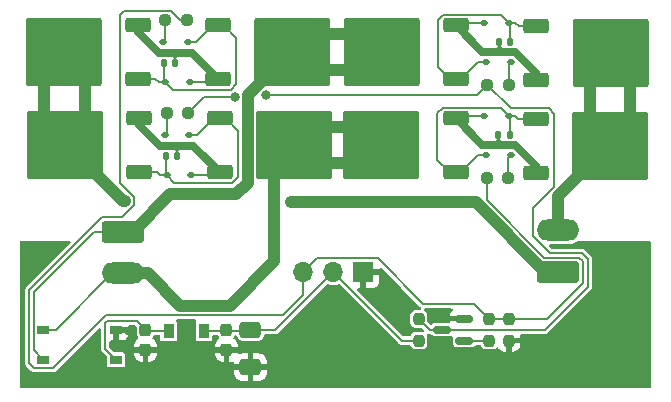
<source format=gbr>
%TF.GenerationSoftware,KiCad,Pcbnew,7.0.7*%
%TF.CreationDate,2024-02-20T00:19:48+01:00*%
%TF.ProjectId,turningLoopMosfet,7475726e-696e-4674-9c6f-6f704d6f7366,rev?*%
%TF.SameCoordinates,Original*%
%TF.FileFunction,Copper,L1,Top*%
%TF.FilePolarity,Positive*%
%FSLAX46Y46*%
G04 Gerber Fmt 4.6, Leading zero omitted, Abs format (unit mm)*
G04 Created by KiCad (PCBNEW 7.0.7) date 2024-02-20 00:19:48*
%MOMM*%
%LPD*%
G01*
G04 APERTURE LIST*
G04 Aperture macros list*
%AMRoundRect*
0 Rectangle with rounded corners*
0 $1 Rounding radius*
0 $2 $3 $4 $5 $6 $7 $8 $9 X,Y pos of 4 corners*
0 Add a 4 corners polygon primitive as box body*
4,1,4,$2,$3,$4,$5,$6,$7,$8,$9,$2,$3,0*
0 Add four circle primitives for the rounded corners*
1,1,$1+$1,$2,$3*
1,1,$1+$1,$4,$5*
1,1,$1+$1,$6,$7*
1,1,$1+$1,$8,$9*
0 Add four rect primitives between the rounded corners*
20,1,$1+$1,$2,$3,$4,$5,0*
20,1,$1+$1,$4,$5,$6,$7,0*
20,1,$1+$1,$6,$7,$8,$9,0*
20,1,$1+$1,$8,$9,$2,$3,0*%
%AMFreePoly0*
4,1,9,3.862500,-0.866500,0.737500,-0.866500,0.737500,-0.450000,-0.737500,-0.450000,-0.737500,0.450000,0.737500,0.450000,0.737500,0.866500,3.862500,0.866500,3.862500,-0.866500,3.862500,-0.866500,$1*%
G04 Aperture macros list end*
%TA.AperFunction,SMDPad,CuDef*%
%ADD10R,0.900000X1.300000*%
%TD*%
%TA.AperFunction,SMDPad,CuDef*%
%ADD11FreePoly0,270.000000*%
%TD*%
%TA.AperFunction,SMDPad,CuDef*%
%ADD12RoundRect,0.237500X0.250000X0.237500X-0.250000X0.237500X-0.250000X-0.237500X0.250000X-0.237500X0*%
%TD*%
%TA.AperFunction,SMDPad,CuDef*%
%ADD13RoundRect,0.237500X-0.250000X-0.237500X0.250000X-0.237500X0.250000X0.237500X-0.250000X0.237500X0*%
%TD*%
%TA.AperFunction,SMDPad,CuDef*%
%ADD14RoundRect,0.237500X0.237500X-0.250000X0.237500X0.250000X-0.237500X0.250000X-0.237500X-0.250000X0*%
%TD*%
%TA.AperFunction,SMDPad,CuDef*%
%ADD15RoundRect,0.237500X-0.237500X0.250000X-0.237500X-0.250000X0.237500X-0.250000X0.237500X0.250000X0*%
%TD*%
%TA.AperFunction,SMDPad,CuDef*%
%ADD16RoundRect,0.250000X0.850000X0.350000X-0.850000X0.350000X-0.850000X-0.350000X0.850000X-0.350000X0*%
%TD*%
%TA.AperFunction,SMDPad,CuDef*%
%ADD17RoundRect,0.249997X2.950003X2.650003X-2.950003X2.650003X-2.950003X-2.650003X2.950003X-2.650003X0*%
%TD*%
%TA.AperFunction,SMDPad,CuDef*%
%ADD18RoundRect,0.250000X1.275000X1.125000X-1.275000X1.125000X-1.275000X-1.125000X1.275000X-1.125000X0*%
%TD*%
%TA.AperFunction,SMDPad,CuDef*%
%ADD19RoundRect,0.250000X-0.850000X-0.350000X0.850000X-0.350000X0.850000X0.350000X-0.850000X0.350000X0*%
%TD*%
%TA.AperFunction,SMDPad,CuDef*%
%ADD20RoundRect,0.249997X-2.950003X-2.650003X2.950003X-2.650003X2.950003X2.650003X-2.950003X2.650003X0*%
%TD*%
%TA.AperFunction,SMDPad,CuDef*%
%ADD21RoundRect,0.250000X-1.275000X-1.125000X1.275000X-1.125000X1.275000X1.125000X-1.275000X1.125000X0*%
%TD*%
%TA.AperFunction,SMDPad,CuDef*%
%ADD22RoundRect,0.150000X0.587500X0.150000X-0.587500X0.150000X-0.587500X-0.150000X0.587500X-0.150000X0*%
%TD*%
%TA.AperFunction,ComponentPad*%
%ADD23O,1.700000X1.700000*%
%TD*%
%TA.AperFunction,ComponentPad*%
%ADD24R,1.700000X1.700000*%
%TD*%
%TA.AperFunction,ComponentPad*%
%ADD25RoundRect,0.250000X1.550000X-0.650000X1.550000X0.650000X-1.550000X0.650000X-1.550000X-0.650000X0*%
%TD*%
%TA.AperFunction,ComponentPad*%
%ADD26O,3.600000X1.800000*%
%TD*%
%TA.AperFunction,ComponentPad*%
%ADD27RoundRect,0.250000X-1.550000X0.650000X-1.550000X-0.650000X1.550000X-0.650000X1.550000X0.650000X0*%
%TD*%
%TA.AperFunction,SMDPad,CuDef*%
%ADD28R,1.000000X0.800000*%
%TD*%
%TA.AperFunction,SMDPad,CuDef*%
%ADD29RoundRect,0.112500X-0.187500X-0.112500X0.187500X-0.112500X0.187500X0.112500X-0.187500X0.112500X0*%
%TD*%
%TA.AperFunction,SMDPad,CuDef*%
%ADD30RoundRect,0.112500X0.187500X0.112500X-0.187500X0.112500X-0.187500X-0.112500X0.187500X-0.112500X0*%
%TD*%
%TA.AperFunction,SMDPad,CuDef*%
%ADD31RoundRect,0.250000X-0.650000X0.412500X-0.650000X-0.412500X0.650000X-0.412500X0.650000X0.412500X0*%
%TD*%
%TA.AperFunction,SMDPad,CuDef*%
%ADD32RoundRect,0.237500X-0.237500X0.300000X-0.237500X-0.300000X0.237500X-0.300000X0.237500X0.300000X0*%
%TD*%
%TA.AperFunction,SMDPad,CuDef*%
%ADD33RoundRect,0.140000X0.140000X0.170000X-0.140000X0.170000X-0.140000X-0.170000X0.140000X-0.170000X0*%
%TD*%
%TA.AperFunction,SMDPad,CuDef*%
%ADD34RoundRect,0.140000X-0.140000X-0.170000X0.140000X-0.170000X0.140000X0.170000X-0.140000X0.170000X0*%
%TD*%
%TA.AperFunction,ViaPad*%
%ADD35C,0.800000*%
%TD*%
%TA.AperFunction,Conductor*%
%ADD36C,0.200000*%
%TD*%
%TA.AperFunction,Conductor*%
%ADD37C,1.000000*%
%TD*%
%TA.AperFunction,Conductor*%
%ADD38C,0.700000*%
%TD*%
G04 APERTURE END LIST*
D10*
%TO.P,U601,1,OUT*%
%TO.N,+12V*%
X88368000Y-110826000D03*
D11*
%TO.P,U601,2,GND*%
%TO.N,GND*%
X86868000Y-110913500D03*
D10*
%TO.P,U601,3,IN*%
%TO.N,VCC*%
X85368000Y-110826000D03*
%TD*%
D12*
%TO.P,R501,1*%
%TO.N,/Mosfets2/GATE*%
X87055500Y-92369000D03*
%TO.P,R501,2*%
%TO.N,Net-(D501-A)*%
X85230500Y-92369000D03*
%TD*%
D13*
%TO.P,R401,1*%
%TO.N,/Vo*%
X112310500Y-97877999D03*
%TO.P,R401,2*%
%TO.N,Net-(D401-A)*%
X114135500Y-97877999D03*
%TD*%
D12*
%TO.P,R301,2*%
%TO.N,Net-(D301-A)*%
X85103500Y-84493001D03*
%TO.P,R301,1*%
%TO.N,/Vo*%
X86928500Y-84493001D03*
%TD*%
D13*
%TO.P,R201,1*%
%TO.N,/Mosfets2/GATE*%
X112334500Y-90002999D03*
%TO.P,R201,2*%
%TO.N,Net-(D201-A)*%
X114159500Y-90002999D03*
%TD*%
D14*
%TO.P,R103,2*%
%TO.N,/Vo*%
X112522000Y-109831500D03*
%TO.P,R103,1*%
%TO.N,Net-(Q101-B)*%
X112522000Y-111656500D03*
%TD*%
D15*
%TO.P,R102,2*%
%TO.N,GND*%
X114173000Y-111656500D03*
%TO.P,R102,1*%
%TO.N,/Vo*%
X114173000Y-109831500D03*
%TD*%
D14*
%TO.P,R101,1*%
%TO.N,+12V*%
X106553000Y-111656500D03*
%TO.P,R101,2*%
%TO.N,/Mosfets2/GATE*%
X106553000Y-109831500D03*
%TD*%
D16*
%TO.P,Q502,1,G*%
%TO.N,Net-(D501-K)*%
X82903000Y-97349000D03*
%TO.P,Q502,3,S*%
%TO.N,Net-(D502-A)*%
X82903000Y-92789000D03*
D17*
%TO.P,Q502,2,D*%
%TO.N,/DCC_OUT_A*%
X76603000Y-95069000D03*
D18*
X74928000Y-93544000D03*
X78278000Y-96594000D03*
X74928000Y-96594000D03*
X78278000Y-93544000D03*
%TD*%
D19*
%TO.P,Q501,1,G*%
%TO.N,Net-(D501-K)*%
X89688000Y-92844000D03*
%TO.P,Q501,3,S*%
%TO.N,Net-(D502-A)*%
X89688000Y-97404000D03*
D20*
%TO.P,Q501,2,D*%
%TO.N,/DCC_IN_A*%
X95988000Y-95124000D03*
D21*
X97663000Y-96649000D03*
X94313000Y-93599000D03*
X97663000Y-93599000D03*
X94313000Y-96649000D03*
%TD*%
D19*
%TO.P,Q402,1,G*%
%TO.N,Net-(D401-K)*%
X116463000Y-92897999D03*
%TO.P,Q402,3,S*%
%TO.N,Net-(D402-A)*%
X116463000Y-97457999D03*
D20*
%TO.P,Q402,2,D*%
%TO.N,/DCC_OUT_B*%
X122763000Y-95177999D03*
D21*
X124438000Y-96702999D03*
X121088000Y-93652999D03*
X124438000Y-93652999D03*
X121088000Y-96702999D03*
%TD*%
D16*
%TO.P,Q401,1,G*%
%TO.N,Net-(D401-K)*%
X109678000Y-97403000D03*
%TO.P,Q401,3,S*%
%TO.N,Net-(D402-A)*%
X109678000Y-92843000D03*
D17*
%TO.P,Q401,2,D*%
%TO.N,/DCC_IN_A*%
X103378000Y-95123000D03*
D18*
X101703000Y-93598000D03*
X105053000Y-96648000D03*
X101703000Y-96648000D03*
X105053000Y-93598000D03*
%TD*%
%TO.P,Q302,2,D*%
%TO.N,/DCC_OUT_A*%
X78151000Y-85668001D03*
X74801000Y-88718001D03*
X78151000Y-88718001D03*
X74801000Y-85668001D03*
D17*
X76476000Y-87193001D03*
D16*
%TO.P,Q302,3,S*%
%TO.N,Net-(D302-A)*%
X82776000Y-84913001D03*
%TO.P,Q302,1,G*%
%TO.N,Net-(D301-K)*%
X82776000Y-89473001D03*
%TD*%
D21*
%TO.P,Q301,2,D*%
%TO.N,/DCC_IN_B*%
X94186000Y-88773000D03*
X97536000Y-85723000D03*
X94186000Y-85723000D03*
X97536000Y-88773000D03*
D20*
X95861000Y-87248000D03*
D19*
%TO.P,Q301,3,S*%
%TO.N,Net-(D302-A)*%
X89561000Y-89528000D03*
%TO.P,Q301,1,G*%
%TO.N,Net-(D301-K)*%
X89561000Y-84968000D03*
%TD*%
%TO.P,Q202,1,G*%
%TO.N,Net-(D201-K)*%
X116487000Y-85022999D03*
%TO.P,Q202,3,S*%
%TO.N,Net-(D202-A)*%
X116487000Y-89582999D03*
D20*
%TO.P,Q202,2,D*%
%TO.N,/DCC_OUT_B*%
X122787000Y-87302999D03*
D21*
X124462000Y-88827999D03*
X121112000Y-85777999D03*
X124462000Y-85777999D03*
X121112000Y-88827999D03*
%TD*%
D16*
%TO.P,Q201,1,G*%
%TO.N,Net-(D201-K)*%
X109702000Y-89528000D03*
%TO.P,Q201,3,S*%
%TO.N,Net-(D202-A)*%
X109702000Y-84968000D03*
D17*
%TO.P,Q201,2,D*%
%TO.N,/DCC_IN_B*%
X103402000Y-87248000D03*
D18*
X101727000Y-85723000D03*
X105077000Y-88773000D03*
X101727000Y-88773000D03*
X105077000Y-85723000D03*
%TD*%
D22*
%TO.P,Q101,1,B*%
%TO.N,Net-(Q101-B)*%
X110411500Y-111694000D03*
%TO.P,Q101,2,E*%
%TO.N,GND*%
X110411500Y-109794000D03*
%TO.P,Q101,3,C*%
%TO.N,/Mosfets2/GATE*%
X108536500Y-110744000D03*
%TD*%
D23*
%TO.P,J103,3,Pin_3*%
%TO.N,/Vo*%
X96759000Y-105861000D03*
%TO.P,J103,2,Pin_2*%
%TO.N,+12V*%
X99299000Y-105861000D03*
D24*
%TO.P,J103,1,Pin_1*%
%TO.N,GND*%
X101839000Y-105861000D03*
%TD*%
D25*
%TO.P,J102,1,Pin_1*%
%TO.N,/DCC_OUT_A*%
X118352500Y-105835000D03*
D26*
%TO.P,J102,2,Pin_2*%
%TO.N,/DCC_OUT_B*%
X118352500Y-102335000D03*
%TD*%
D27*
%TO.P,J101,1,Pin_1*%
%TO.N,/DCC_IN_B*%
X81545500Y-102445000D03*
D26*
%TO.P,J101,2,Pin_2*%
%TO.N,/DCC_IN_A*%
X81545500Y-105945000D03*
%TD*%
D28*
%TO.P,D601,4*%
%TO.N,/DCC_IN_B*%
X74776000Y-113284000D03*
%TO.P,D601,3*%
%TO.N,/DCC_IN_A*%
X74776000Y-110744000D03*
%TO.P,D601,2,-*%
%TO.N,GND*%
X80926000Y-110744000D03*
%TO.P,D601,1,+*%
%TO.N,VCC*%
X80926000Y-113284000D03*
%TD*%
D29*
%TO.P,D502,1,K*%
%TO.N,Net-(D501-K)*%
X85205500Y-97639000D03*
%TO.P,D502,2,A*%
%TO.N,Net-(D502-A)*%
X87305500Y-97639000D03*
%TD*%
D30*
%TO.P,D501,1,K*%
%TO.N,Net-(D501-K)*%
X87130500Y-94279000D03*
%TO.P,D501,2,A*%
%TO.N,Net-(D501-A)*%
X85030500Y-94279000D03*
%TD*%
%TO.P,D402,1,K*%
%TO.N,Net-(D401-K)*%
X114160500Y-92608000D03*
%TO.P,D402,2,A*%
%TO.N,Net-(D402-A)*%
X112060500Y-92608000D03*
%TD*%
D29*
%TO.P,D401,1,K*%
%TO.N,Net-(D401-K)*%
X112235500Y-95967999D03*
%TO.P,D401,2,A*%
%TO.N,Net-(D401-A)*%
X114335500Y-95967999D03*
%TD*%
%TO.P,D302,2,A*%
%TO.N,Net-(D302-A)*%
X87178500Y-89763000D03*
%TO.P,D302,1,K*%
%TO.N,Net-(D301-K)*%
X85078500Y-89763000D03*
%TD*%
D30*
%TO.P,D301,2,A*%
%TO.N,Net-(D301-A)*%
X84903500Y-86403001D03*
%TO.P,D301,1,K*%
%TO.N,Net-(D301-K)*%
X87003500Y-86403001D03*
%TD*%
%TO.P,D202,1,K*%
%TO.N,Net-(D201-K)*%
X114184500Y-84733000D03*
%TO.P,D202,2,A*%
%TO.N,Net-(D202-A)*%
X112084500Y-84733000D03*
%TD*%
D29*
%TO.P,D201,1,K*%
%TO.N,Net-(D201-K)*%
X112259500Y-88092999D03*
%TO.P,D201,2,A*%
%TO.N,Net-(D201-A)*%
X114359500Y-88092999D03*
%TD*%
D31*
%TO.P,C603,1*%
%TO.N,+12V*%
X92306000Y-110786500D03*
%TO.P,C603,2*%
%TO.N,GND*%
X92306000Y-113911500D03*
%TD*%
D32*
%TO.P,C602,1*%
%TO.N,+12V*%
X90274000Y-110724500D03*
%TO.P,C602,2*%
%TO.N,GND*%
X90274000Y-112449500D03*
%TD*%
%TO.P,C601,2*%
%TO.N,GND*%
X83416000Y-112449500D03*
%TO.P,C601,1*%
%TO.N,VCC*%
X83416000Y-110724500D03*
%TD*%
D33*
%TO.P,C501,1*%
%TO.N,Net-(D502-A)*%
X86073000Y-96029000D03*
%TO.P,C501,2*%
%TO.N,Net-(D501-K)*%
X85113000Y-96029000D03*
%TD*%
D34*
%TO.P,C401,1*%
%TO.N,Net-(D402-A)*%
X113293000Y-94218000D03*
%TO.P,C401,2*%
%TO.N,Net-(D401-K)*%
X114253000Y-94218000D03*
%TD*%
D33*
%TO.P,C301,2*%
%TO.N,Net-(D301-K)*%
X84986000Y-88153000D03*
%TO.P,C301,1*%
%TO.N,Net-(D302-A)*%
X85946000Y-88153000D03*
%TD*%
D34*
%TO.P,C201,1*%
%TO.N,Net-(D202-A)*%
X113317000Y-86343000D03*
%TO.P,C201,2*%
%TO.N,Net-(D201-K)*%
X114277000Y-86343000D03*
%TD*%
D35*
%TO.N,GND*%
X124968000Y-104521000D03*
X124841000Y-114554000D03*
X75438000Y-103886000D03*
X117983000Y-114935000D03*
X106615007Y-114331113D03*
X73406000Y-115062000D03*
X120074145Y-110003745D03*
X122301000Y-104521000D03*
X99060000Y-108077000D03*
X78613000Y-114046000D03*
X80899000Y-111887000D03*
X82042000Y-110871000D03*
X83439000Y-114300000D03*
X85090000Y-112522000D03*
X85090000Y-114300000D03*
X88519000Y-114300000D03*
X88519000Y-112522000D03*
X94488000Y-113919000D03*
X90297000Y-114046000D03*
X92329000Y-112395000D03*
X104775000Y-108966000D03*
X115951000Y-111760000D03*
X114173000Y-113157000D03*
X108500000Y-109500000D03*
%TO.N,/Mosfets2/GATE*%
X90988500Y-91033300D03*
X93653964Y-90859964D03*
%TO.N,/DCC_OUT_A*%
X95758000Y-99949000D03*
X81661000Y-99822000D03*
%TD*%
D36*
%TO.N,/Vo*%
X95082314Y-109512000D02*
X96759000Y-107835314D01*
X80092315Y-109512000D02*
X95082314Y-109512000D01*
X75620315Y-113984000D02*
X80092315Y-109512000D01*
X73976000Y-113984000D02*
X75620315Y-113984000D01*
X73576000Y-113584000D02*
X73976000Y-113984000D01*
X73576000Y-107399000D02*
X73576000Y-113584000D01*
X79756000Y-101219000D02*
X73576000Y-107399000D01*
X81395371Y-101219000D02*
X79756000Y-101219000D01*
X82461000Y-100153371D02*
X81395371Y-101219000D01*
X82461000Y-99490629D02*
X82461000Y-100153371D01*
X81280000Y-84074000D02*
X81280000Y-98309629D01*
X85576140Y-83718001D02*
X81635999Y-83718001D01*
X86351140Y-84493001D02*
X85576140Y-83718001D01*
X81635999Y-83718001D02*
X81280000Y-84074000D01*
X86928500Y-84493001D02*
X86351140Y-84493001D01*
X96759000Y-107835314D02*
X96759000Y-105861000D01*
X81280000Y-98309629D02*
X82461000Y-99490629D01*
%TO.N,/DCC_IN_B*%
X73976000Y-112484000D02*
X74776000Y-113284000D01*
X73976000Y-107564686D02*
X73976000Y-112484000D01*
X79095686Y-102445000D02*
X73976000Y-107564686D01*
X81545500Y-102445000D02*
X79095686Y-102445000D01*
%TO.N,/Mosfets2/GATE*%
X117221000Y-110744000D02*
X108536500Y-110744000D01*
X120852500Y-107112500D02*
X117221000Y-110744000D01*
X120852500Y-104723500D02*
X120852500Y-107112500D01*
X120364000Y-104235000D02*
X120852500Y-104723500D01*
X117655444Y-104235000D02*
X120364000Y-104235000D01*
X116205000Y-102784556D02*
X117655444Y-104235000D01*
X116205000Y-100454628D02*
X116205000Y-102784556D01*
X117981814Y-98677814D02*
X116205000Y-100454628D01*
X117981814Y-92438996D02*
X117981814Y-98677814D01*
X117540817Y-91997999D02*
X117981814Y-92438996D01*
X114329500Y-91997999D02*
X117540817Y-91997999D01*
X112334500Y-90002999D02*
X114329500Y-91997999D01*
X88391200Y-91033300D02*
X87055500Y-92369000D01*
X90988500Y-91033300D02*
X88391200Y-91033300D01*
X112334500Y-90002999D02*
X111477535Y-90859964D01*
X111477535Y-90859964D02*
X93653964Y-90859964D01*
%TO.N,/Vo*%
X120452500Y-104957183D02*
X120452500Y-106750500D01*
X120452500Y-106750500D02*
X117371500Y-109831500D01*
X120130317Y-104635000D02*
X120452500Y-104957183D01*
X117196370Y-104635000D02*
X120130317Y-104635000D01*
X112310500Y-99749130D02*
X117196370Y-104635000D01*
X117371500Y-109831500D02*
X114173000Y-109831500D01*
X112310500Y-97877999D02*
X112310500Y-99749130D01*
D37*
%TO.N,/DCC_OUT_A*%
X111379000Y-99949000D02*
X95758000Y-99949000D01*
X117265000Y-105835000D02*
X111379000Y-99949000D01*
X118352500Y-105835000D02*
X117265000Y-105835000D01*
D36*
%TO.N,/Vo*%
X111252000Y-108585000D02*
X112498500Y-109831500D01*
X103060000Y-104711000D02*
X106934000Y-108585000D01*
X97909000Y-104711000D02*
X103060000Y-104711000D01*
X96759000Y-105861000D02*
X97909000Y-104711000D01*
X106934000Y-108585000D02*
X111252000Y-108585000D01*
X112498500Y-109831500D02*
X112522000Y-109831500D01*
X112522000Y-109831500D02*
X114173000Y-109831500D01*
%TO.N,Net-(Q101-B)*%
X112484500Y-111694000D02*
X112522000Y-111656500D01*
X110411500Y-111694000D02*
X112484500Y-111694000D01*
%TO.N,/Mosfets2/GATE*%
X108536500Y-110744000D02*
X107465500Y-110744000D01*
X107465500Y-110744000D02*
X106553000Y-109831500D01*
%TO.N,+12V*%
X105094500Y-111656500D02*
X99299000Y-105861000D01*
X106553000Y-111656500D02*
X105094500Y-111656500D01*
X94373500Y-110786500D02*
X92306000Y-110786500D01*
X99299000Y-105861000D02*
X94373500Y-110786500D01*
%TO.N,VCC*%
X80010000Y-112368000D02*
X80926000Y-113284000D01*
X80188000Y-109982000D02*
X80010000Y-110160000D01*
X82673500Y-109982000D02*
X80188000Y-109982000D01*
X80010000Y-110160000D02*
X80010000Y-112368000D01*
X83416000Y-110724500D02*
X82673500Y-109982000D01*
%TO.N,/DCC_IN_A*%
X80618000Y-105945000D02*
X81545500Y-105945000D01*
X75819000Y-110744000D02*
X80618000Y-105945000D01*
X74776000Y-110744000D02*
X75819000Y-110744000D01*
D37*
%TO.N,/DCC_OUT_A*%
X81506000Y-99822000D02*
X78278000Y-96594000D01*
X81661000Y-99822000D02*
X81506000Y-99822000D01*
%TO.N,/DCC_OUT_B*%
X118352500Y-99438499D02*
X121088000Y-96702999D01*
X118352500Y-102335000D02*
X118352500Y-99438499D01*
%TO.N,/DCC_IN_A*%
X94313000Y-104950000D02*
X94313000Y-96649000D01*
X83593000Y-105945000D02*
X86360000Y-108712000D01*
X86360000Y-108712000D02*
X90551000Y-108712000D01*
X81545500Y-105945000D02*
X83593000Y-105945000D01*
X90551000Y-108712000D02*
X94313000Y-104950000D01*
%TO.N,/DCC_IN_B*%
X91092505Y-99280495D02*
X85504505Y-99280495D01*
X92088000Y-98285000D02*
X91092505Y-99280495D01*
X85504505Y-99280495D02*
X82340000Y-102445000D01*
X92088000Y-90871000D02*
X92088000Y-98285000D01*
X82340000Y-102445000D02*
X81545500Y-102445000D01*
X94186000Y-88773000D02*
X92088000Y-90871000D01*
D36*
%TO.N,VCC*%
X83517500Y-110826000D02*
X83416000Y-110724500D01*
X85368000Y-110826000D02*
X83517500Y-110826000D01*
%TO.N,+12V*%
X92266500Y-110826000D02*
X92306000Y-110786500D01*
X88368000Y-110826000D02*
X92266500Y-110826000D01*
D37*
%TO.N,/DCC_OUT_B*%
X124462000Y-93628999D02*
X124438000Y-93652999D01*
X124462000Y-88827999D02*
X124462000Y-93628999D01*
X121088000Y-88851999D02*
X121112000Y-88827999D01*
X121088000Y-93652999D02*
X121088000Y-88851999D01*
%TO.N,/DCC_OUT_A*%
X74801000Y-88718001D02*
X74801000Y-93417000D01*
X74801000Y-93417000D02*
X74928000Y-93544000D01*
X78278000Y-88845001D02*
X78151000Y-88718001D01*
X78278000Y-93544000D02*
X78278000Y-88845001D01*
%TO.N,/DCC_IN_A*%
X101702000Y-96649000D02*
X101703000Y-96648000D01*
X97663000Y-96649000D02*
X101702000Y-96649000D01*
X101702000Y-93599000D02*
X101703000Y-93598000D01*
X97663000Y-93599000D02*
X101702000Y-93599000D01*
%TO.N,/DCC_IN_B*%
X101727000Y-85723000D02*
X97536000Y-85723000D01*
X97536000Y-88773000D02*
X101727000Y-88773000D01*
D38*
%TO.N,Net-(D402-A)*%
X116463000Y-97457999D02*
X116463000Y-96858583D01*
X116463000Y-96858583D02*
X114682416Y-95077999D01*
X111913000Y-95077999D02*
X109678000Y-92842999D01*
X114682416Y-95077999D02*
X113773000Y-95077999D01*
D36*
X113293000Y-94217999D02*
X113293000Y-94597999D01*
X113293000Y-94597999D02*
X113773000Y-95077999D01*
D38*
X113773000Y-95077999D02*
X112863000Y-95077999D01*
X112863000Y-95077999D02*
X111913000Y-95077999D01*
D36*
X113293000Y-94597999D02*
X113293000Y-94647999D01*
X113293000Y-94647999D02*
X112863000Y-95077999D01*
X112060500Y-92607999D02*
X109913000Y-92607999D01*
X109913000Y-92607999D02*
X109678000Y-92842999D01*
%TO.N,Net-(D401-K)*%
X114253000Y-94217999D02*
X114253000Y-92700499D01*
X114253000Y-92700499D02*
X114160500Y-92607999D01*
%TO.N,Net-(D401-A)*%
X114135500Y-96167999D02*
X114335500Y-95967999D01*
X114135500Y-97877999D02*
X114135500Y-96167999D01*
%TO.N,Net-(D401-K)*%
X110138000Y-97402999D02*
X109678000Y-97402999D01*
X112235500Y-95967999D02*
X111573000Y-95967999D01*
X111573000Y-95967999D02*
X110138000Y-97402999D01*
X114160500Y-92607999D02*
X114703000Y-92607999D01*
X114993000Y-92897999D02*
X116463000Y-92897999D01*
X114703000Y-92607999D02*
X114993000Y-92897999D01*
X108123000Y-96357999D02*
X109168000Y-97402999D01*
X114160500Y-92607999D02*
X113495500Y-91942999D01*
X113495500Y-91942999D02*
X108600183Y-91942999D01*
X108123000Y-92420182D02*
X108123000Y-96357999D01*
X108600183Y-91942999D02*
X108123000Y-92420182D01*
X109168000Y-97402999D02*
X109678000Y-97402999D01*
D38*
%TO.N,Net-(D202-A)*%
X116487000Y-89582999D02*
X116487000Y-88983583D01*
X116487000Y-88983583D02*
X114706416Y-87202999D01*
X111937000Y-87202999D02*
X109702000Y-84967999D01*
X114706416Y-87202999D02*
X113797000Y-87202999D01*
D36*
X113317000Y-86342999D02*
X113317000Y-86722999D01*
X113317000Y-86722999D02*
X113797000Y-87202999D01*
D38*
X113797000Y-87202999D02*
X112887000Y-87202999D01*
X112887000Y-87202999D02*
X111937000Y-87202999D01*
D36*
X113317000Y-86722999D02*
X113317000Y-86772999D01*
X113317000Y-86772999D02*
X112887000Y-87202999D01*
X112084500Y-84732999D02*
X109937000Y-84732999D01*
X109937000Y-84732999D02*
X109702000Y-84967999D01*
%TO.N,Net-(D201-K)*%
X114277000Y-86342999D02*
X114277000Y-84825499D01*
X114277000Y-84825499D02*
X114184500Y-84732999D01*
%TO.N,Net-(D201-A)*%
X114159500Y-88292999D02*
X114359500Y-88092999D01*
X114159500Y-90002999D02*
X114159500Y-88292999D01*
%TO.N,Net-(D201-K)*%
X110162000Y-89527999D02*
X109702000Y-89527999D01*
X112259500Y-88092999D02*
X111597000Y-88092999D01*
X111597000Y-88092999D02*
X110162000Y-89527999D01*
X114184500Y-84732999D02*
X114727000Y-84732999D01*
X115017000Y-85022999D02*
X116487000Y-85022999D01*
X114727000Y-84732999D02*
X115017000Y-85022999D01*
X108147000Y-88482999D02*
X109192000Y-89527999D01*
X114184500Y-84732999D02*
X113519500Y-84067999D01*
X113519500Y-84067999D02*
X108624183Y-84067999D01*
X108147000Y-84545182D02*
X108147000Y-88482999D01*
X108624183Y-84067999D02*
X108147000Y-84545182D01*
X109192000Y-89527999D02*
X109702000Y-89527999D01*
D38*
%TO.N,Net-(D302-A)*%
X82776000Y-84913001D02*
X82776000Y-85512417D01*
X82776000Y-85512417D02*
X84556584Y-87293001D01*
X87326000Y-87293001D02*
X89561000Y-89528001D01*
X84556584Y-87293001D02*
X85466000Y-87293001D01*
D36*
X85946000Y-88153001D02*
X85946000Y-87773001D01*
X85946000Y-87773001D02*
X85466000Y-87293001D01*
D38*
X85466000Y-87293001D02*
X86376000Y-87293001D01*
X86376000Y-87293001D02*
X87326000Y-87293001D01*
D36*
X85946000Y-87773001D02*
X85946000Y-87723001D01*
X85946000Y-87723001D02*
X86376000Y-87293001D01*
X87178500Y-89763001D02*
X89326000Y-89763001D01*
X89326000Y-89763001D02*
X89561000Y-89528001D01*
%TO.N,Net-(D301-K)*%
X84986000Y-88153001D02*
X84986000Y-89670501D01*
X84986000Y-89670501D02*
X85078500Y-89763001D01*
%TO.N,Net-(D301-A)*%
X85103500Y-86203001D02*
X84903500Y-86403001D01*
X85103500Y-84493001D02*
X85103500Y-86203001D01*
%TO.N,Net-(D301-K)*%
X89101000Y-84968001D02*
X89561000Y-84968001D01*
X87003500Y-86403001D02*
X87666000Y-86403001D01*
X87666000Y-86403001D02*
X89101000Y-84968001D01*
X85078500Y-89763001D02*
X84536000Y-89763001D01*
X84246000Y-89473001D02*
X82776000Y-89473001D01*
X84536000Y-89763001D02*
X84246000Y-89473001D01*
X91116000Y-86013001D02*
X90071000Y-84968001D01*
X85078500Y-89763001D02*
X85743500Y-90428001D01*
X85743500Y-90428001D02*
X90638817Y-90428001D01*
X91116000Y-89950818D02*
X91116000Y-86013001D01*
X90638817Y-90428001D02*
X91116000Y-89950818D01*
X90071000Y-84968001D02*
X89561000Y-84968001D01*
%TO.N,Net-(D501-K)*%
X90198000Y-92844000D02*
X89688000Y-92844000D01*
X90765817Y-98304000D02*
X91243000Y-97826817D01*
X91243000Y-97826817D02*
X91243000Y-93889000D01*
X85870500Y-98304000D02*
X90765817Y-98304000D01*
X85205500Y-97639000D02*
X85870500Y-98304000D01*
X91243000Y-93889000D02*
X90198000Y-92844000D01*
X84663000Y-97639000D02*
X84373000Y-97349000D01*
X84373000Y-97349000D02*
X82903000Y-97349000D01*
X85205500Y-97639000D02*
X84663000Y-97639000D01*
X87793000Y-94279000D02*
X89228000Y-92844000D01*
X87130500Y-94279000D02*
X87793000Y-94279000D01*
X89228000Y-92844000D02*
X89688000Y-92844000D01*
%TO.N,Net-(D501-A)*%
X85230500Y-92369000D02*
X85230500Y-94079000D01*
X85230500Y-94079000D02*
X85030500Y-94279000D01*
%TO.N,Net-(D501-K)*%
X85113000Y-97546500D02*
X85205500Y-97639000D01*
X85113000Y-96029000D02*
X85113000Y-97546500D01*
%TO.N,Net-(D502-A)*%
X89453000Y-97639000D02*
X89688000Y-97404000D01*
X87305500Y-97639000D02*
X89453000Y-97639000D01*
X86073000Y-95599000D02*
X86503000Y-95169000D01*
X86073000Y-95649000D02*
X86073000Y-95599000D01*
D38*
X86503000Y-95169000D02*
X87453000Y-95169000D01*
X85593000Y-95169000D02*
X86503000Y-95169000D01*
D36*
X86073000Y-95649000D02*
X85593000Y-95169000D01*
X86073000Y-96029000D02*
X86073000Y-95649000D01*
D38*
X84683584Y-95169000D02*
X85593000Y-95169000D01*
X87453000Y-95169000D02*
X89688000Y-97404000D01*
X82903000Y-93388416D02*
X84683584Y-95169000D01*
X82903000Y-92789000D02*
X82903000Y-93388416D01*
%TD*%
%TA.AperFunction,Conductor*%
%TO.N,GND*%
G36*
X77045995Y-103220685D02*
G01*
X77091750Y-103273489D01*
X77101694Y-103342647D01*
X77072669Y-103406203D01*
X77066642Y-103412675D01*
X76123360Y-104355957D01*
X73362955Y-107116361D01*
X73343106Y-107132482D01*
X73335331Y-107137562D01*
X73315143Y-107163498D01*
X73310067Y-107169248D01*
X73307634Y-107171681D01*
X73307623Y-107171694D01*
X73294954Y-107189438D01*
X73263483Y-107229872D01*
X73259975Y-107236353D01*
X73256760Y-107242932D01*
X73242138Y-107292045D01*
X73225498Y-107340516D01*
X73224294Y-107347733D01*
X73223382Y-107355046D01*
X73225500Y-107406230D01*
X73225500Y-113534788D01*
X73222861Y-113560232D01*
X73220957Y-113569311D01*
X73220957Y-113569317D01*
X73225023Y-113601937D01*
X73225500Y-113609614D01*
X73225500Y-113613038D01*
X73229087Y-113634541D01*
X73235427Y-113685393D01*
X73237520Y-113692426D01*
X73239908Y-113699381D01*
X73264295Y-113744444D01*
X73286801Y-113790483D01*
X73291065Y-113796455D01*
X73295580Y-113802256D01*
X73333275Y-113836958D01*
X73693362Y-114197044D01*
X73709489Y-114216902D01*
X73714563Y-114224669D01*
X73714565Y-114224671D01*
X73740505Y-114244860D01*
X73746268Y-114249950D01*
X73748693Y-114252375D01*
X73748695Y-114252377D01*
X73765560Y-114264418D01*
X73766437Y-114265044D01*
X73806874Y-114296517D01*
X73806878Y-114296518D01*
X73813314Y-114300000D01*
X73813339Y-114300013D01*
X73813371Y-114300030D01*
X73819930Y-114303237D01*
X73819933Y-114303239D01*
X73869037Y-114317858D01*
X73917512Y-114334500D01*
X73917514Y-114334500D01*
X73924754Y-114335708D01*
X73932046Y-114336617D01*
X73983231Y-114334500D01*
X75571104Y-114334500D01*
X75596549Y-114337138D01*
X75605630Y-114339043D01*
X75621320Y-114337087D01*
X75638254Y-114334977D01*
X75645930Y-114334500D01*
X75649350Y-114334500D01*
X75649355Y-114334500D01*
X75652923Y-114333904D01*
X75670854Y-114330913D01*
X75698273Y-114327494D01*
X75721708Y-114324573D01*
X75721717Y-114324568D01*
X75728766Y-114322470D01*
X75735692Y-114320092D01*
X75735696Y-114320092D01*
X75780759Y-114295704D01*
X75826799Y-114273198D01*
X75826802Y-114273194D01*
X75832768Y-114268935D01*
X75838569Y-114264419D01*
X75838573Y-114264418D01*
X75873272Y-114226724D01*
X75938496Y-114161500D01*
X90906001Y-114161500D01*
X90906001Y-114373986D01*
X90916494Y-114476697D01*
X90971641Y-114643119D01*
X90971643Y-114643124D01*
X91063684Y-114792345D01*
X91187654Y-114916315D01*
X91336875Y-115008356D01*
X91336880Y-115008358D01*
X91503302Y-115063505D01*
X91503309Y-115063506D01*
X91606019Y-115073999D01*
X92055999Y-115073999D01*
X92056000Y-115073998D01*
X92056000Y-114161500D01*
X92555999Y-114161500D01*
X92555999Y-115073998D01*
X92556000Y-115073999D01*
X93005972Y-115073999D01*
X93005986Y-115073998D01*
X93108697Y-115063505D01*
X93275119Y-115008358D01*
X93275124Y-115008356D01*
X93424345Y-114916315D01*
X93548315Y-114792345D01*
X93640356Y-114643124D01*
X93640358Y-114643119D01*
X93695505Y-114476697D01*
X93695506Y-114476690D01*
X93705999Y-114373986D01*
X93706000Y-114373973D01*
X93706000Y-114161500D01*
X92555999Y-114161500D01*
X92056000Y-114161500D01*
X90906001Y-114161500D01*
X75938496Y-114161500D01*
X79447821Y-110652174D01*
X79509142Y-110618691D01*
X79578834Y-110623675D01*
X79634767Y-110665547D01*
X79659184Y-110731011D01*
X79659500Y-110739857D01*
X79659500Y-112318788D01*
X79656861Y-112344232D01*
X79654957Y-112353311D01*
X79654957Y-112353317D01*
X79659023Y-112385937D01*
X79659500Y-112393614D01*
X79659500Y-112397038D01*
X79663087Y-112418541D01*
X79669427Y-112469393D01*
X79671520Y-112476426D01*
X79673908Y-112483381D01*
X79698295Y-112528444D01*
X79720801Y-112574483D01*
X79725065Y-112580455D01*
X79729580Y-112586256D01*
X79767275Y-112620958D01*
X80139181Y-112992863D01*
X80172666Y-113054186D01*
X80175500Y-113080544D01*
X80175500Y-113708678D01*
X80190032Y-113781735D01*
X80190033Y-113781739D01*
X80190034Y-113781740D01*
X80245399Y-113864601D01*
X80328260Y-113919965D01*
X80328260Y-113919966D01*
X80328264Y-113919967D01*
X80401321Y-113934499D01*
X80401324Y-113934500D01*
X80401326Y-113934500D01*
X81450676Y-113934500D01*
X81450677Y-113934499D01*
X81523740Y-113919966D01*
X81606601Y-113864601D01*
X81661966Y-113781740D01*
X81676500Y-113708674D01*
X81676500Y-112859326D01*
X81676500Y-112859323D01*
X81676499Y-112859321D01*
X81661967Y-112786264D01*
X81661966Y-112786260D01*
X81642026Y-112756417D01*
X81606601Y-112703399D01*
X81600766Y-112699500D01*
X82441001Y-112699500D01*
X82441001Y-112798654D01*
X82451319Y-112899652D01*
X82505546Y-113063300D01*
X82505551Y-113063311D01*
X82596052Y-113210034D01*
X82596055Y-113210038D01*
X82717961Y-113331944D01*
X82717965Y-113331947D01*
X82864688Y-113422448D01*
X82864699Y-113422453D01*
X83028347Y-113476680D01*
X83129352Y-113486999D01*
X83166000Y-113486999D01*
X83166000Y-112699500D01*
X83666000Y-112699500D01*
X83666000Y-113486999D01*
X83702640Y-113486999D01*
X83702654Y-113486998D01*
X83803652Y-113476680D01*
X83967300Y-113422453D01*
X83967311Y-113422448D01*
X84114034Y-113331947D01*
X84114038Y-113331944D01*
X84235944Y-113210038D01*
X84235947Y-113210034D01*
X84326448Y-113063311D01*
X84326453Y-113063300D01*
X84380680Y-112899652D01*
X84390999Y-112798654D01*
X84391000Y-112798641D01*
X84391000Y-112699500D01*
X89299001Y-112699500D01*
X89299001Y-112798654D01*
X89309319Y-112899652D01*
X89363546Y-113063300D01*
X89363551Y-113063311D01*
X89454052Y-113210034D01*
X89454055Y-113210038D01*
X89575961Y-113331944D01*
X89575965Y-113331947D01*
X89722688Y-113422448D01*
X89722699Y-113422453D01*
X89886347Y-113476680D01*
X89987352Y-113486999D01*
X90024000Y-113486999D01*
X90024000Y-112699500D01*
X90524000Y-112699500D01*
X90524000Y-113486999D01*
X90560640Y-113486999D01*
X90560654Y-113486998D01*
X90661652Y-113476680D01*
X90742996Y-113449726D01*
X90812824Y-113447324D01*
X90872866Y-113483056D01*
X90904059Y-113545576D01*
X90906000Y-113567432D01*
X90906000Y-113661500D01*
X92056000Y-113661500D01*
X92056000Y-112749000D01*
X92555999Y-112749000D01*
X92555999Y-113661499D01*
X92556001Y-113661500D01*
X93705999Y-113661500D01*
X93705999Y-113449028D01*
X93705998Y-113449013D01*
X93695505Y-113346302D01*
X93640358Y-113179880D01*
X93640356Y-113179875D01*
X93548315Y-113030654D01*
X93424345Y-112906684D01*
X93275124Y-112814643D01*
X93275119Y-112814641D01*
X93108697Y-112759494D01*
X93108690Y-112759493D01*
X93005986Y-112749000D01*
X92555999Y-112749000D01*
X92056000Y-112749000D01*
X91606028Y-112749000D01*
X91606012Y-112749001D01*
X91503301Y-112759494D01*
X91412003Y-112789747D01*
X91342175Y-112792149D01*
X91282133Y-112756417D01*
X91258453Y-112708953D01*
X91249000Y-112699500D01*
X90524000Y-112699500D01*
X90024000Y-112699500D01*
X89299001Y-112699500D01*
X84391000Y-112699500D01*
X83666000Y-112699500D01*
X83166000Y-112699500D01*
X82441001Y-112699500D01*
X81600766Y-112699500D01*
X81523740Y-112648034D01*
X81523739Y-112648033D01*
X81523735Y-112648032D01*
X81450677Y-112633500D01*
X81450674Y-112633500D01*
X80822543Y-112633500D01*
X80755504Y-112613815D01*
X80734862Y-112597181D01*
X80396819Y-112259137D01*
X80363334Y-112197814D01*
X80360500Y-112171456D01*
X80360500Y-111768000D01*
X80380185Y-111700961D01*
X80432989Y-111655206D01*
X80484500Y-111644000D01*
X80676000Y-111644000D01*
X80676000Y-110994000D01*
X81176000Y-110994000D01*
X81176000Y-111644000D01*
X81473828Y-111644000D01*
X81473844Y-111643999D01*
X81533372Y-111637598D01*
X81533379Y-111637596D01*
X81668086Y-111587354D01*
X81668093Y-111587350D01*
X81783187Y-111501190D01*
X81783190Y-111501187D01*
X81869350Y-111386093D01*
X81869354Y-111386086D01*
X81919596Y-111251379D01*
X81919598Y-111251372D01*
X81925999Y-111191844D01*
X81926000Y-111191827D01*
X81926000Y-110994000D01*
X81176000Y-110994000D01*
X80676000Y-110994000D01*
X80676000Y-110618000D01*
X80695685Y-110550961D01*
X80748489Y-110505206D01*
X80800000Y-110494000D01*
X81926000Y-110494000D01*
X81926000Y-110456500D01*
X81945685Y-110389461D01*
X81998489Y-110343706D01*
X82050000Y-110332500D01*
X82476956Y-110332500D01*
X82543995Y-110352185D01*
X82564631Y-110368813D01*
X82654183Y-110458365D01*
X82687666Y-110519684D01*
X82690500Y-110546043D01*
X82690500Y-111071190D01*
X82696748Y-111129299D01*
X82729068Y-111215950D01*
X82745788Y-111260778D01*
X82745789Y-111260779D01*
X82745790Y-111260782D01*
X82812538Y-111349945D01*
X82836956Y-111415409D01*
X82822105Y-111483682D01*
X82778370Y-111529794D01*
X82717962Y-111567054D01*
X82596055Y-111688961D01*
X82596052Y-111688965D01*
X82505551Y-111835688D01*
X82505546Y-111835699D01*
X82451319Y-111999347D01*
X82441000Y-112100345D01*
X82441000Y-112199500D01*
X84390999Y-112199500D01*
X84390999Y-112100360D01*
X84390998Y-112100345D01*
X84380680Y-111999347D01*
X84326453Y-111835699D01*
X84326448Y-111835688D01*
X84235947Y-111688965D01*
X84235944Y-111688961D01*
X84114037Y-111567054D01*
X84053630Y-111529794D01*
X84006906Y-111477845D01*
X83995685Y-111408883D01*
X84019462Y-111349945D01*
X84086209Y-111260783D01*
X84086209Y-111260781D01*
X84086212Y-111260778D01*
X84087559Y-111257166D01*
X84089869Y-111254080D01*
X84090460Y-111252998D01*
X84090615Y-111253082D01*
X84129427Y-111201235D01*
X84194891Y-111176816D01*
X84203740Y-111176500D01*
X84543500Y-111176500D01*
X84610539Y-111196185D01*
X84656294Y-111248989D01*
X84667500Y-111300500D01*
X84667500Y-111500678D01*
X84682032Y-111573735D01*
X84682033Y-111573739D01*
X84682034Y-111573740D01*
X84737399Y-111656601D01*
X84801603Y-111699500D01*
X84820260Y-111711966D01*
X84820264Y-111711967D01*
X84893321Y-111726499D01*
X84893324Y-111726500D01*
X84893326Y-111726500D01*
X85842676Y-111726500D01*
X85842677Y-111726499D01*
X85915740Y-111711966D01*
X85998601Y-111656601D01*
X86053966Y-111573740D01*
X86068500Y-111500674D01*
X86068500Y-110151326D01*
X86068500Y-110151325D01*
X86068500Y-110151323D01*
X86068499Y-110151321D01*
X86053967Y-110078264D01*
X86053966Y-110078263D01*
X86053966Y-110078260D01*
X86053964Y-110078257D01*
X86038685Y-110055389D01*
X86017808Y-109988712D01*
X86036293Y-109921332D01*
X86088273Y-109874642D01*
X86141788Y-109862500D01*
X87594212Y-109862500D01*
X87661251Y-109882185D01*
X87707006Y-109934989D01*
X87716950Y-110004147D01*
X87697315Y-110055389D01*
X87682035Y-110078257D01*
X87682032Y-110078264D01*
X87667500Y-110151321D01*
X87667500Y-111500678D01*
X87682032Y-111573735D01*
X87682033Y-111573739D01*
X87682034Y-111573740D01*
X87737399Y-111656601D01*
X87801603Y-111699500D01*
X87820260Y-111711966D01*
X87820264Y-111711967D01*
X87893321Y-111726499D01*
X87893324Y-111726500D01*
X87893326Y-111726500D01*
X88842676Y-111726500D01*
X88842677Y-111726499D01*
X88915740Y-111711966D01*
X88998601Y-111656601D01*
X89053966Y-111573740D01*
X89068500Y-111500674D01*
X89068500Y-111300499D01*
X89088185Y-111233461D01*
X89140989Y-111187706D01*
X89192500Y-111176500D01*
X89486260Y-111176500D01*
X89553299Y-111196185D01*
X89599054Y-111248989D01*
X89602432Y-111257142D01*
X89603361Y-111259632D01*
X89603790Y-111260783D01*
X89670538Y-111349945D01*
X89694956Y-111415409D01*
X89680105Y-111483682D01*
X89636370Y-111529794D01*
X89575962Y-111567054D01*
X89454055Y-111688961D01*
X89454052Y-111688965D01*
X89363551Y-111835688D01*
X89363546Y-111835699D01*
X89309319Y-111999347D01*
X89299000Y-112100345D01*
X89299000Y-112199500D01*
X91248999Y-112199500D01*
X91248999Y-112100360D01*
X91248998Y-112100345D01*
X91238680Y-111999347D01*
X91184453Y-111835699D01*
X91184448Y-111835688D01*
X91108549Y-111712638D01*
X91101524Y-111686967D01*
X91089101Y-111682334D01*
X91075730Y-111670747D01*
X90972037Y-111567054D01*
X90911630Y-111529794D01*
X90864906Y-111477845D01*
X90853685Y-111408883D01*
X90877460Y-111349947D01*
X90942522Y-111263035D01*
X90998454Y-111221166D01*
X91068146Y-111216182D01*
X91129469Y-111249667D01*
X91157462Y-111299862D01*
X91159198Y-111299215D01*
X91212202Y-111441328D01*
X91212206Y-111441335D01*
X91262677Y-111508755D01*
X91276365Y-111545453D01*
X91290581Y-111552265D01*
X91291355Y-111551232D01*
X91296570Y-111555136D01*
X91297010Y-111555347D01*
X91297602Y-111555908D01*
X91298453Y-111556545D01*
X91298454Y-111556546D01*
X91312491Y-111567054D01*
X91413664Y-111642793D01*
X91413671Y-111642797D01*
X91548517Y-111693091D01*
X91548516Y-111693091D01*
X91555444Y-111693835D01*
X91608127Y-111699500D01*
X93003872Y-111699499D01*
X93063483Y-111693091D01*
X93198331Y-111642796D01*
X93313546Y-111556546D01*
X93399796Y-111441331D01*
X93450091Y-111306483D01*
X93456406Y-111247740D01*
X93483143Y-111183194D01*
X93540535Y-111143346D01*
X93579695Y-111137000D01*
X94324289Y-111137000D01*
X94349734Y-111139638D01*
X94358815Y-111141543D01*
X94374505Y-111139587D01*
X94391439Y-111137477D01*
X94399115Y-111137000D01*
X94402535Y-111137000D01*
X94402540Y-111137000D01*
X94406108Y-111136404D01*
X94424039Y-111133413D01*
X94451458Y-111129994D01*
X94474893Y-111127073D01*
X94474902Y-111127068D01*
X94481951Y-111124970D01*
X94488877Y-111122592D01*
X94488881Y-111122592D01*
X94533944Y-111098204D01*
X94579984Y-111075698D01*
X94579987Y-111075694D01*
X94585953Y-111071435D01*
X94591754Y-111066919D01*
X94591758Y-111066918D01*
X94626457Y-111029224D01*
X98748488Y-106907191D01*
X98809809Y-106873708D01*
X98879501Y-106878692D01*
X98880930Y-106879235D01*
X98996544Y-106924024D01*
X99197024Y-106961500D01*
X99197026Y-106961500D01*
X99400974Y-106961500D01*
X99400976Y-106961500D01*
X99601456Y-106924024D01*
X99717037Y-106879247D01*
X99786658Y-106873385D01*
X99848399Y-106906094D01*
X99849511Y-106907193D01*
X104811862Y-111869544D01*
X104827989Y-111889402D01*
X104833063Y-111897169D01*
X104833065Y-111897171D01*
X104859005Y-111917360D01*
X104864768Y-111922450D01*
X104867194Y-111924876D01*
X104884941Y-111937547D01*
X104925374Y-111969017D01*
X104925375Y-111969017D01*
X104925376Y-111969018D01*
X104931818Y-111972504D01*
X104938431Y-111975738D01*
X104938434Y-111975740D01*
X104949701Y-111979094D01*
X104987545Y-111990362D01*
X105036006Y-112006998D01*
X105036012Y-112007000D01*
X105036018Y-112007000D01*
X105043268Y-112008210D01*
X105050546Y-112009117D01*
X105101742Y-112007000D01*
X105746051Y-112007000D01*
X105813090Y-112026685D01*
X105858845Y-112079489D01*
X105862226Y-112087650D01*
X105882788Y-112142778D01*
X105966884Y-112255116D01*
X106045293Y-112313813D01*
X106078695Y-112338818D01*
X106079222Y-112339212D01*
X106153816Y-112367034D01*
X106210700Y-112388251D01*
X106268809Y-112394499D01*
X106268826Y-112394500D01*
X106837174Y-112394500D01*
X106837190Y-112394499D01*
X106895299Y-112388251D01*
X106901503Y-112385937D01*
X107026778Y-112339212D01*
X107139116Y-112255116D01*
X107223212Y-112142778D01*
X107272251Y-112011299D01*
X107276766Y-111969304D01*
X107278499Y-111953190D01*
X107278500Y-111953173D01*
X107278500Y-111359826D01*
X107278499Y-111359809D01*
X107272765Y-111306486D01*
X107272251Y-111301701D01*
X107272249Y-111301697D01*
X107272249Y-111301694D01*
X107255509Y-111256812D01*
X107250524Y-111187121D01*
X107284008Y-111125797D01*
X107345331Y-111092312D01*
X107396458Y-111095293D01*
X107396873Y-111092809D01*
X107414125Y-111095687D01*
X107414231Y-111095700D01*
X107414355Y-111095720D01*
X107421546Y-111096617D01*
X107472731Y-111094500D01*
X107531745Y-111094500D01*
X107598784Y-111114185D01*
X107619426Y-111130819D01*
X107710652Y-111222045D01*
X107710654Y-111222046D01*
X107710658Y-111222050D01*
X107823694Y-111279645D01*
X107823698Y-111279647D01*
X107917475Y-111294499D01*
X107917481Y-111294500D01*
X109155518Y-111294499D01*
X109249304Y-111279646D01*
X109263273Y-111272528D01*
X109331938Y-111259632D01*
X109396679Y-111285907D01*
X109436937Y-111343012D01*
X109439768Y-111409039D01*
X109439880Y-111409057D01*
X109439793Y-111409605D01*
X109439931Y-111412818D01*
X109438481Y-111417888D01*
X109423500Y-111512475D01*
X109423500Y-111875517D01*
X109431318Y-111924876D01*
X109438354Y-111969304D01*
X109495950Y-112082342D01*
X109495952Y-112082344D01*
X109495954Y-112082347D01*
X109585652Y-112172045D01*
X109585654Y-112172046D01*
X109585658Y-112172050D01*
X109696845Y-112228703D01*
X109698698Y-112229647D01*
X109792475Y-112244499D01*
X109792481Y-112244500D01*
X111030518Y-112244499D01*
X111124304Y-112229646D01*
X111237342Y-112172050D01*
X111266614Y-112142778D01*
X111328574Y-112080819D01*
X111389897Y-112047334D01*
X111416255Y-112044500D01*
X111729038Y-112044500D01*
X111796077Y-112064185D01*
X111841832Y-112116989D01*
X111845213Y-112125152D01*
X111849268Y-112136023D01*
X111851788Y-112142779D01*
X111851789Y-112142780D01*
X111935884Y-112255116D01*
X112014293Y-112313813D01*
X112047695Y-112338818D01*
X112048222Y-112339212D01*
X112122816Y-112367034D01*
X112179700Y-112388251D01*
X112237809Y-112394499D01*
X112237826Y-112394500D01*
X112806174Y-112394500D01*
X112806190Y-112394499D01*
X112864299Y-112388251D01*
X112870503Y-112385937D01*
X112995778Y-112339212D01*
X113108116Y-112255116D01*
X113108117Y-112255114D01*
X113115215Y-112249801D01*
X113116485Y-112251497D01*
X113167330Y-112223727D01*
X113237023Y-112228703D01*
X113292961Y-112270568D01*
X113299241Y-112279793D01*
X113353052Y-112367034D01*
X113353055Y-112367038D01*
X113474961Y-112488944D01*
X113474965Y-112488947D01*
X113621688Y-112579448D01*
X113621699Y-112579453D01*
X113785347Y-112633680D01*
X113886352Y-112643999D01*
X113923000Y-112643999D01*
X113923000Y-111906500D01*
X114423000Y-111906500D01*
X114423000Y-112643999D01*
X114459640Y-112643999D01*
X114459654Y-112643998D01*
X114560652Y-112633680D01*
X114724300Y-112579453D01*
X114724311Y-112579448D01*
X114871034Y-112488947D01*
X114871038Y-112488944D01*
X114992944Y-112367038D01*
X114992947Y-112367034D01*
X115083448Y-112220311D01*
X115083453Y-112220300D01*
X115137680Y-112056652D01*
X115147999Y-111955654D01*
X115148000Y-111955641D01*
X115148000Y-111906500D01*
X114423000Y-111906500D01*
X113923000Y-111906500D01*
X113923000Y-111530500D01*
X113942685Y-111463461D01*
X113995489Y-111417706D01*
X114047000Y-111406500D01*
X115147999Y-111406500D01*
X115147999Y-111357360D01*
X115147998Y-111357345D01*
X115137680Y-111256343D01*
X115136264Y-111249726D01*
X115137785Y-111249400D01*
X115135662Y-111187676D01*
X115171393Y-111127634D01*
X115233914Y-111096441D01*
X115255770Y-111094500D01*
X117171789Y-111094500D01*
X117197234Y-111097138D01*
X117206315Y-111099043D01*
X117222005Y-111097087D01*
X117238939Y-111094977D01*
X117246615Y-111094500D01*
X117250035Y-111094500D01*
X117250040Y-111094500D01*
X117253608Y-111093904D01*
X117271539Y-111090913D01*
X117298958Y-111087494D01*
X117322393Y-111084573D01*
X117322402Y-111084568D01*
X117329451Y-111082470D01*
X117336377Y-111080092D01*
X117336381Y-111080092D01*
X117381444Y-111055704D01*
X117427484Y-111033198D01*
X117427487Y-111033194D01*
X117433453Y-111028935D01*
X117439254Y-111024419D01*
X117439258Y-111024418D01*
X117473957Y-110986724D01*
X121065546Y-107395134D01*
X121085402Y-107379011D01*
X121093169Y-107373937D01*
X121113373Y-107347977D01*
X121118441Y-107342239D01*
X121120876Y-107339806D01*
X121128045Y-107329765D01*
X121133548Y-107322058D01*
X121165013Y-107281631D01*
X121165012Y-107281631D01*
X121165017Y-107281626D01*
X121165019Y-107281619D01*
X121168482Y-107275218D01*
X121168521Y-107275140D01*
X121168558Y-107275070D01*
X121171733Y-107268574D01*
X121171740Y-107268566D01*
X121186360Y-107219456D01*
X121189264Y-107210999D01*
X121196666Y-107189438D01*
X121203000Y-107170988D01*
X121203000Y-107170984D01*
X121204192Y-107163841D01*
X121204201Y-107163771D01*
X121204214Y-107163690D01*
X121205117Y-107156451D01*
X121202999Y-107105257D01*
X121202999Y-105932888D01*
X121202999Y-104772696D01*
X121205637Y-104747266D01*
X121207542Y-104738185D01*
X121205691Y-104723339D01*
X121203477Y-104705568D01*
X121203000Y-104697891D01*
X121203000Y-104694463D01*
X121202998Y-104694450D01*
X121199410Y-104672949D01*
X121195195Y-104639132D01*
X121193073Y-104622107D01*
X121193072Y-104622104D01*
X121191018Y-104615204D01*
X121190975Y-104615079D01*
X121190937Y-104614953D01*
X121188592Y-104608118D01*
X121164204Y-104563055D01*
X121141699Y-104517018D01*
X121137419Y-104511024D01*
X121132919Y-104505243D01*
X121095224Y-104470541D01*
X120646637Y-104021955D01*
X120630511Y-104002098D01*
X120625437Y-103994331D01*
X120599487Y-103974133D01*
X120593741Y-103969059D01*
X120591307Y-103966625D01*
X120591306Y-103966624D01*
X120591305Y-103966623D01*
X120584848Y-103962013D01*
X120573561Y-103953955D01*
X120533126Y-103922483D01*
X120533122Y-103922481D01*
X120526648Y-103918977D01*
X120520069Y-103915760D01*
X120470954Y-103901138D01*
X120422486Y-103884498D01*
X120415269Y-103883294D01*
X120407953Y-103882382D01*
X120358725Y-103884419D01*
X120356769Y-103884500D01*
X117851987Y-103884500D01*
X117784948Y-103864815D01*
X117764306Y-103848181D01*
X117613306Y-103697181D01*
X117579821Y-103635858D01*
X117584805Y-103566166D01*
X117626677Y-103510233D01*
X117692141Y-103485816D01*
X117700987Y-103485500D01*
X119305690Y-103485500D01*
X119305694Y-103485500D01*
X119464810Y-103470756D01*
X119669889Y-103412405D01*
X119669893Y-103412403D01*
X119669894Y-103412403D01*
X119860753Y-103317367D01*
X119860753Y-103317366D01*
X119860755Y-103317366D01*
X119981681Y-103226045D01*
X120047042Y-103201354D01*
X120056408Y-103201000D01*
X126075500Y-103201000D01*
X126142539Y-103220685D01*
X126188294Y-103273489D01*
X126199500Y-103325000D01*
X126199500Y-115575500D01*
X126179815Y-115642539D01*
X126127011Y-115688294D01*
X126075500Y-115699500D01*
X72924500Y-115699500D01*
X72857461Y-115679815D01*
X72811706Y-115627011D01*
X72800500Y-115575500D01*
X72800500Y-103325000D01*
X72820185Y-103257961D01*
X72872989Y-103212206D01*
X72924500Y-103201000D01*
X76978956Y-103201000D01*
X77045995Y-103220685D01*
G37*
%TD.AperFunction*%
%TA.AperFunction,Conductor*%
G36*
X103394203Y-105541330D02*
G01*
X103400666Y-105547348D01*
X105042756Y-107189438D01*
X106651362Y-108798044D01*
X106667486Y-108817899D01*
X106672563Y-108825669D01*
X106698508Y-108845862D01*
X106704260Y-108850942D01*
X106706693Y-108853375D01*
X106706696Y-108853378D01*
X106724433Y-108866040D01*
X106731634Y-108871645D01*
X106772448Y-108928354D01*
X106776124Y-108998127D01*
X106741495Y-109058811D01*
X106679554Y-109091139D01*
X106655474Y-109093500D01*
X106268809Y-109093500D01*
X106210700Y-109099748D01*
X106079219Y-109148789D01*
X105966884Y-109232884D01*
X105882789Y-109345219D01*
X105833748Y-109476700D01*
X105827500Y-109534809D01*
X105827500Y-110128190D01*
X105833748Y-110186299D01*
X105882789Y-110317780D01*
X105908032Y-110351500D01*
X105966884Y-110430116D01*
X106052222Y-110494000D01*
X106067191Y-110505206D01*
X106079222Y-110514212D01*
X106171594Y-110548665D01*
X106210700Y-110563251D01*
X106268809Y-110569499D01*
X106268826Y-110569500D01*
X106743957Y-110569500D01*
X106810996Y-110589185D01*
X106831638Y-110605819D01*
X106932890Y-110707071D01*
X106966375Y-110768394D01*
X106961391Y-110838086D01*
X106919519Y-110894019D01*
X106854055Y-110918436D01*
X106838590Y-110918575D01*
X106837187Y-110918500D01*
X106837174Y-110918500D01*
X106268826Y-110918500D01*
X106268809Y-110918500D01*
X106210700Y-110924748D01*
X106079219Y-110973789D01*
X105966884Y-111057884D01*
X105882789Y-111170219D01*
X105882787Y-111170222D01*
X105882788Y-111170222D01*
X105862231Y-111225335D01*
X105820361Y-111281267D01*
X105754897Y-111305684D01*
X105746051Y-111306000D01*
X105291043Y-111306000D01*
X105224004Y-111286315D01*
X105203362Y-111269681D01*
X101356363Y-107422681D01*
X101322878Y-107361358D01*
X101327862Y-107291666D01*
X101369734Y-107235733D01*
X101435198Y-107211316D01*
X101444044Y-107211000D01*
X101588999Y-107211000D01*
X101589000Y-106473301D01*
X101608685Y-106406262D01*
X101661489Y-106360507D01*
X101730647Y-106350563D01*
X101803237Y-106361000D01*
X101803238Y-106361000D01*
X101874762Y-106361000D01*
X101874763Y-106361000D01*
X101947353Y-106350563D01*
X102016512Y-106360507D01*
X102069315Y-106406262D01*
X102089000Y-106473301D01*
X102089000Y-107211000D01*
X102736828Y-107211000D01*
X102736844Y-107210999D01*
X102796372Y-107204598D01*
X102796379Y-107204596D01*
X102931086Y-107154354D01*
X102931093Y-107154350D01*
X103046187Y-107068190D01*
X103046190Y-107068187D01*
X103132350Y-106953093D01*
X103132354Y-106953086D01*
X103182596Y-106818379D01*
X103182598Y-106818372D01*
X103188999Y-106758844D01*
X103189000Y-106758827D01*
X103189000Y-106111000D01*
X102452347Y-106111000D01*
X102385308Y-106091315D01*
X102339553Y-106038511D01*
X102329609Y-105969353D01*
X102333369Y-105952067D01*
X102338139Y-105935820D01*
X102339000Y-105932889D01*
X102339000Y-105789111D01*
X102333368Y-105769933D01*
X102333370Y-105700064D01*
X102371145Y-105641286D01*
X102434701Y-105612262D01*
X102452347Y-105611000D01*
X103189000Y-105611000D01*
X103198994Y-105601005D01*
X103208685Y-105568004D01*
X103261489Y-105522249D01*
X103330647Y-105512305D01*
X103394203Y-105541330D01*
G37*
%TD.AperFunction*%
%TA.AperFunction,Conductor*%
G36*
X109380937Y-108955185D02*
G01*
X109426692Y-109007989D01*
X109436636Y-109077147D01*
X109407611Y-109140703D01*
X109401579Y-109147181D01*
X109306321Y-109242438D01*
X109306314Y-109242447D01*
X109222718Y-109383801D01*
X109176899Y-109541513D01*
X109176704Y-109543998D01*
X109176705Y-109544000D01*
X110537500Y-109544000D01*
X110604539Y-109563685D01*
X110650294Y-109616489D01*
X110661500Y-109668000D01*
X110661500Y-109920000D01*
X110641815Y-109987039D01*
X110589011Y-110032794D01*
X110537500Y-110044000D01*
X109176704Y-110044000D01*
X109176900Y-110046493D01*
X109177034Y-110047226D01*
X109176990Y-110047639D01*
X109177397Y-110052808D01*
X109176437Y-110052883D01*
X109169712Y-110116711D01*
X109125986Y-110171207D01*
X109059739Y-110193411D01*
X109055051Y-110193500D01*
X107917482Y-110193500D01*
X107836519Y-110206323D01*
X107823696Y-110208354D01*
X107710658Y-110265950D01*
X107710657Y-110265951D01*
X107710655Y-110265952D01*
X107684574Y-110292033D01*
X107623250Y-110325517D01*
X107553559Y-110320531D01*
X107509213Y-110292031D01*
X107440983Y-110223801D01*
X107314819Y-110097636D01*
X107281334Y-110036313D01*
X107278500Y-110009955D01*
X107278500Y-109534826D01*
X107278499Y-109534809D01*
X107272251Y-109476700D01*
X107257665Y-109437594D01*
X107223212Y-109345222D01*
X107139116Y-109232884D01*
X107040107Y-109158766D01*
X106998237Y-109102833D01*
X106993253Y-109033141D01*
X107026738Y-108971818D01*
X107088062Y-108938334D01*
X107114419Y-108935500D01*
X109313898Y-108935500D01*
X109380937Y-108955185D01*
G37*
%TD.AperFunction*%
%TD*%
M02*

</source>
